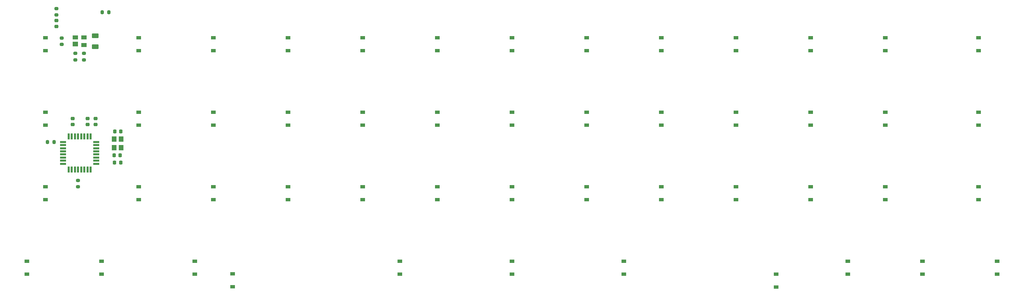
<source format=gbr>
%TF.GenerationSoftware,KiCad,Pcbnew,(5.99.0-11145-g173c9a974c)*%
%TF.CreationDate,2021-07-13T22:54:00-07:00*%
%TF.ProjectId,40r7h0,34307237-6830-42e6-9b69-6361645f7063,rev?*%
%TF.SameCoordinates,Original*%
%TF.FileFunction,Paste,Bot*%
%TF.FilePolarity,Positive*%
%FSLAX46Y46*%
G04 Gerber Fmt 4.6, Leading zero omitted, Abs format (unit mm)*
G04 Created by KiCad (PCBNEW (5.99.0-11145-g173c9a974c)) date 2021-07-13 22:54:00*
%MOMM*%
%LPD*%
G01*
G04 APERTURE LIST*
G04 Aperture macros list*
%AMRoundRect*
0 Rectangle with rounded corners*
0 $1 Rounding radius*
0 $2 $3 $4 $5 $6 $7 $8 $9 X,Y pos of 4 corners*
0 Add a 4 corners polygon primitive as box body*
4,1,4,$2,$3,$4,$5,$6,$7,$8,$9,$2,$3,0*
0 Add four circle primitives for the rounded corners*
1,1,$1+$1,$2,$3*
1,1,$1+$1,$4,$5*
1,1,$1+$1,$6,$7*
1,1,$1+$1,$8,$9*
0 Add four rect primitives between the rounded corners*
20,1,$1+$1,$2,$3,$4,$5,0*
20,1,$1+$1,$4,$5,$6,$7,0*
20,1,$1+$1,$6,$7,$8,$9,0*
20,1,$1+$1,$8,$9,$2,$3,0*%
G04 Aperture macros list end*
%ADD10R,1.200000X0.900000*%
%ADD11RoundRect,0.225000X0.225000X0.250000X-0.225000X0.250000X-0.225000X-0.250000X0.225000X-0.250000X0*%
%ADD12RoundRect,0.200000X0.275000X-0.200000X0.275000X0.200000X-0.275000X0.200000X-0.275000X-0.200000X0*%
%ADD13RoundRect,0.225000X0.250000X-0.225000X0.250000X0.225000X-0.250000X0.225000X-0.250000X-0.225000X0*%
%ADD14RoundRect,0.200000X-0.275000X0.200000X-0.275000X-0.200000X0.275000X-0.200000X0.275000X0.200000X0*%
%ADD15R,1.600000X0.550000*%
%ADD16R,0.550000X1.600000*%
%ADD17RoundRect,0.200000X-0.200000X-0.275000X0.200000X-0.275000X0.200000X0.275000X-0.200000X0.275000X0*%
%ADD18R,1.200000X1.400000*%
%ADD19R,1.400000X1.200000*%
%ADD20R,1.400000X1.000000*%
%ADD21RoundRect,0.250000X0.625000X-0.375000X0.625000X0.375000X-0.625000X0.375000X-0.625000X-0.375000X0*%
%ADD22RoundRect,0.225000X-0.225000X-0.250000X0.225000X-0.250000X0.225000X0.250000X-0.225000X0.250000X0*%
G04 APERTURE END LIST*
D10*
%TO.C,D33*%
X160327400Y-73876700D03*
X160327400Y-70576700D03*
%TD*%
%TO.C,D40*%
X36510200Y-92925500D03*
X36510200Y-89625500D03*
%TD*%
%TO.C,D13*%
X279382400Y-35779100D03*
X279382400Y-32479100D03*
%TD*%
%TO.C,D17*%
X103181000Y-54827900D03*
X103181000Y-51527900D03*
%TD*%
%TO.C,D32*%
X141278600Y-73876700D03*
X141278600Y-70576700D03*
%TD*%
%TO.C,D52*%
X284144600Y-92925500D03*
X284144600Y-89625500D03*
%TD*%
D11*
%TO.C,C4*%
X60375000Y-62500000D03*
X58825000Y-62500000D03*
%TD*%
D10*
%TO.C,D14*%
X41272400Y-54827900D03*
X41272400Y-51527900D03*
%TD*%
D12*
%TO.C,R3*%
X51100000Y-38128900D03*
X51100000Y-36478900D03*
%TD*%
D10*
%TO.C,D28*%
X65083400Y-73876700D03*
X65083400Y-70576700D03*
%TD*%
D13*
%TO.C,C3*%
X48200000Y-54675000D03*
X48200000Y-53125000D03*
%TD*%
D10*
%TO.C,D30*%
X103181000Y-73876700D03*
X103181000Y-70576700D03*
%TD*%
D14*
%TO.C,R6*%
X45450000Y-32510400D03*
X45450000Y-34160400D03*
%TD*%
D10*
%TO.C,D42*%
X79370000Y-92925500D03*
X79370000Y-89625500D03*
%TD*%
%TO.C,D9*%
X198425000Y-35779100D03*
X198425000Y-32479100D03*
%TD*%
%TO.C,D37*%
X236522600Y-73876700D03*
X236522600Y-70576700D03*
%TD*%
D15*
%TO.C,U1*%
X54253100Y-59108600D03*
X54253100Y-59908600D03*
X54253100Y-60708600D03*
X54253100Y-61508600D03*
X54253100Y-62308600D03*
X54253100Y-63108600D03*
X54253100Y-63908600D03*
X54253100Y-64708600D03*
D16*
X52803100Y-66158600D03*
X52003100Y-66158600D03*
X51203100Y-66158600D03*
X50403100Y-66158600D03*
X49603100Y-66158600D03*
X48803100Y-66158600D03*
X48003100Y-66158600D03*
X47203100Y-66158600D03*
D15*
X45753100Y-64708600D03*
X45753100Y-63908600D03*
X45753100Y-63108600D03*
X45753100Y-62308600D03*
X45753100Y-61508600D03*
X45753100Y-60708600D03*
X45753100Y-59908600D03*
X45753100Y-59108600D03*
D16*
X47203100Y-57658600D03*
X48003100Y-57658600D03*
X48803100Y-57658600D03*
X49603100Y-57658600D03*
X50403100Y-57658600D03*
X51203100Y-57658600D03*
X52003100Y-57658600D03*
X52803100Y-57658600D03*
%TD*%
D10*
%TO.C,D10*%
X217473800Y-35779100D03*
X217473800Y-32479100D03*
%TD*%
%TO.C,D2*%
X65083400Y-35779100D03*
X65083400Y-32479100D03*
%TD*%
%TO.C,D46*%
X160327400Y-92925500D03*
X160327400Y-89625500D03*
%TD*%
%TO.C,D4*%
X103181000Y-35779100D03*
X103181000Y-32479100D03*
%TD*%
D17*
%TO.C,R5*%
X55775000Y-25950000D03*
X57425000Y-25950000D03*
%TD*%
D10*
%TO.C,D15*%
X65083400Y-54827900D03*
X65083400Y-51527900D03*
%TD*%
%TO.C,D31*%
X122229800Y-73876700D03*
X122229800Y-70576700D03*
%TD*%
D12*
%TO.C,R2*%
X48900000Y-38125000D03*
X48900000Y-36475000D03*
%TD*%
D13*
%TO.C,C7*%
X52000000Y-54675000D03*
X52000000Y-53125000D03*
%TD*%
D10*
%TO.C,D26*%
X279382400Y-54827900D03*
X279382400Y-51527900D03*
%TD*%
%TO.C,D38*%
X255571400Y-73876700D03*
X255571400Y-70576700D03*
%TD*%
D18*
%TO.C,Y1*%
X60550000Y-58400000D03*
X60550000Y-60600000D03*
X58850000Y-60600000D03*
X58850000Y-58400000D03*
%TD*%
D13*
%TO.C,C1*%
X44100000Y-29575000D03*
X44100000Y-28025000D03*
%TD*%
D10*
%TO.C,D49*%
X227700000Y-92950000D03*
X227700000Y-96250000D03*
%TD*%
%TO.C,D36*%
X217473800Y-73876700D03*
X217473800Y-70576700D03*
%TD*%
%TO.C,D11*%
X236522600Y-35779100D03*
X236522600Y-32479100D03*
%TD*%
%TO.C,D25*%
X255571400Y-54827900D03*
X255571400Y-51527900D03*
%TD*%
%TO.C,D21*%
X179376200Y-54827900D03*
X179376200Y-51527900D03*
%TD*%
D11*
%TO.C,C2*%
X60525000Y-56450000D03*
X58975000Y-56450000D03*
%TD*%
D10*
%TO.C,D8*%
X179376200Y-35779100D03*
X179376200Y-32479100D03*
%TD*%
%TO.C,D18*%
X122229800Y-54827900D03*
X122229800Y-51527900D03*
%TD*%
%TO.C,D3*%
X84132200Y-35779100D03*
X84132200Y-32479100D03*
%TD*%
%TO.C,D12*%
X255571400Y-35779100D03*
X255571400Y-32479100D03*
%TD*%
%TO.C,D7*%
X160327400Y-35779100D03*
X160327400Y-32479100D03*
%TD*%
%TO.C,D20*%
X160327400Y-54827900D03*
X160327400Y-51527900D03*
%TD*%
%TO.C,D6*%
X141278600Y-35779100D03*
X141278600Y-32479100D03*
%TD*%
%TO.C,D51*%
X265095800Y-92925500D03*
X265095800Y-89625500D03*
%TD*%
%TO.C,D50*%
X246047000Y-92925500D03*
X246047000Y-89625500D03*
%TD*%
%TO.C,D34*%
X179376200Y-73876700D03*
X179376200Y-70576700D03*
%TD*%
%TO.C,D45*%
X131754200Y-92925500D03*
X131754200Y-89625500D03*
%TD*%
D17*
%TO.C,R1*%
X41825000Y-59100000D03*
X43475000Y-59100000D03*
%TD*%
D19*
%TO.C,U2*%
X48903100Y-34105400D03*
D20*
X48903100Y-32385400D03*
X51103100Y-32385400D03*
X51103100Y-34285400D03*
%TD*%
D10*
%TO.C,D16*%
X84132200Y-54827900D03*
X84132200Y-51527900D03*
%TD*%
%TO.C,D22*%
X198425000Y-54827900D03*
X198425000Y-51527900D03*
%TD*%
%TO.C,D41*%
X55559000Y-92925500D03*
X55559000Y-89625500D03*
%TD*%
%TO.C,D35*%
X198425000Y-73876700D03*
X198425000Y-70576700D03*
%TD*%
%TO.C,D47*%
X188900600Y-92925500D03*
X188900600Y-89625500D03*
%TD*%
%TO.C,D29*%
X84132200Y-73876700D03*
X84132200Y-70576700D03*
%TD*%
%TO.C,D19*%
X141278600Y-54827900D03*
X141278600Y-51527900D03*
%TD*%
D21*
%TO.C,F1*%
X53971600Y-34735400D03*
X53971600Y-31935400D03*
%TD*%
D10*
%TO.C,D23*%
X217473800Y-54827900D03*
X217473800Y-51527900D03*
%TD*%
%TO.C,D5*%
X122229800Y-35779100D03*
X122229800Y-32479100D03*
%TD*%
%TO.C,D39*%
X279382400Y-73876700D03*
X279382400Y-70576700D03*
%TD*%
D12*
%TO.C,R7*%
X44100000Y-26625000D03*
X44100000Y-24975000D03*
%TD*%
D10*
%TO.C,D27*%
X41272400Y-73876700D03*
X41272400Y-70576700D03*
%TD*%
%TO.C,D24*%
X236522600Y-54827900D03*
X236522600Y-51527900D03*
%TD*%
%TO.C,D43*%
X89000000Y-92850000D03*
X89000000Y-96150000D03*
%TD*%
D22*
%TO.C,C6*%
X58925000Y-64350000D03*
X60475000Y-64350000D03*
%TD*%
D10*
%TO.C,D1*%
X41272400Y-35779100D03*
X41272400Y-32479100D03*
%TD*%
D12*
%TO.C,R4*%
X49600000Y-70575000D03*
X49600000Y-68925000D03*
%TD*%
D13*
%TO.C,C5*%
X54050000Y-54675000D03*
X54050000Y-53125000D03*
%TD*%
M02*

</source>
